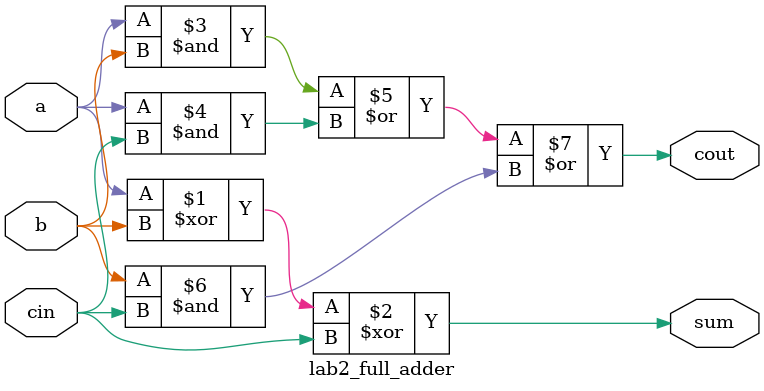
<source format=v>
module lab2_full_adder(
    input a,
    input b,
    input cin,
    output sum,
    output cout
);

    assign sum  = a ^ b ^ cin;
    assign cout = (a & b) | (a & cin) | (b & cin);

endmodule
</source>
